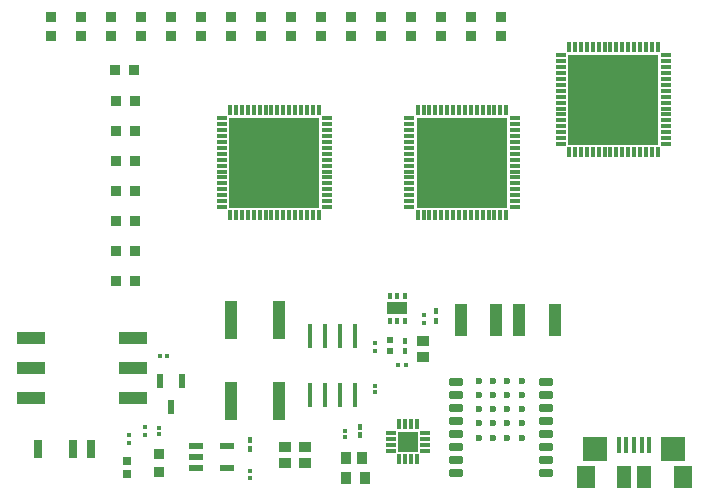
<source format=gbr>
G04 EAGLE Gerber RS-274X export*
G75*
%MOMM*%
%FSLAX34Y34*%
%LPD*%
%INSolderpaste Top*%
%IPPOS*%
%AMOC8*
5,1,8,0,0,1.08239X$1,22.5*%
G01*
%ADD10R,0.420000X0.460000*%
%ADD11R,0.620000X0.600000*%
%ADD12R,1.020000X0.870000*%
%ADD13R,0.870000X1.020000*%
%ADD14R,0.330000X0.365000*%
%ADD15R,0.365000X0.330000*%
%ADD16R,0.350000X0.600000*%
%ADD17R,1.700000X1.100000*%
%ADD18R,0.850000X0.300000*%
%ADD19R,0.300000X0.850000*%
%ADD20R,7.700000X7.700000*%
%ADD21R,0.600000X1.200000*%
%ADD22R,0.700000X0.700000*%
%ADD23R,0.950000X0.950000*%
%ADD24R,0.950000X0.900000*%
%ADD25R,0.900000X0.950000*%
%ADD26R,0.440000X0.420000*%
%ADD27R,0.950000X1.000000*%
%ADD28R,0.400000X0.625000*%
%ADD29R,0.350000X0.525000*%
%ADD30R,0.420000X0.440000*%
%ADD31R,1.100000X2.700000*%
%ADD32R,2.440000X1.130000*%
%ADD33R,1.000000X3.200000*%
%ADD34R,0.700000X1.500000*%
%ADD35R,0.400000X2.041400*%
%ADD36C,0.345000*%
%ADD37C,0.600000*%
%ADD38R,1.270000X0.558800*%
%ADD39R,0.304800X0.812800*%
%ADD40R,0.812800X0.304800*%
%ADD41R,1.701800X1.701800*%
%ADD42R,1.100000X0.900000*%
%ADD43R,0.400000X1.350000*%
%ADD44R,2.100000X2.000000*%
%ADD45R,1.600000X1.900000*%
%ADD46R,1.200000X1.900000*%


D10*
X-255270Y206250D03*
X-255270Y212850D03*
X-297180Y182120D03*
X-297180Y188720D03*
D11*
X-284480Y191290D03*
X-284480Y182090D03*
D12*
X-256540Y190950D03*
X-256540Y177350D03*
D13*
X-321760Y91440D03*
X-308160Y91440D03*
D14*
X-480060Y111480D03*
X-480060Y117120D03*
X-322580Y114580D03*
X-322580Y108940D03*
X-402590Y74650D03*
X-402590Y80290D03*
X-297180Y152680D03*
X-297180Y147040D03*
D15*
X-473430Y177800D03*
X-479070Y177800D03*
D16*
X-284630Y207940D03*
X-278130Y207940D03*
X-271630Y207940D03*
X-271630Y228940D03*
X-278130Y228940D03*
X-284630Y228940D03*
D17*
X-278130Y218440D03*
D18*
X-426770Y379130D03*
X-426770Y374130D03*
X-426770Y369130D03*
X-426770Y364130D03*
X-426770Y359130D03*
X-426770Y354130D03*
X-426770Y349130D03*
X-426770Y344130D03*
X-426770Y339130D03*
X-426770Y334130D03*
X-426770Y329130D03*
X-426770Y324130D03*
X-426770Y319130D03*
X-426770Y314130D03*
X-426770Y309130D03*
X-426770Y304130D03*
D19*
X-419770Y297130D03*
X-414770Y297130D03*
X-409770Y297130D03*
X-404770Y297130D03*
X-399770Y297130D03*
X-394770Y297130D03*
X-389770Y297130D03*
X-384770Y297130D03*
X-379770Y297130D03*
X-374770Y297130D03*
X-369770Y297130D03*
X-364770Y297130D03*
X-359770Y297130D03*
X-354770Y297130D03*
X-349770Y297130D03*
X-344770Y297130D03*
D18*
X-337770Y304130D03*
X-337770Y309130D03*
X-337770Y314130D03*
X-337770Y319130D03*
X-337770Y324130D03*
X-337770Y329130D03*
X-337770Y334130D03*
X-337770Y339130D03*
X-337770Y344130D03*
X-337770Y349130D03*
X-337770Y354130D03*
X-337770Y359130D03*
X-337770Y364130D03*
X-337770Y369130D03*
X-337770Y374130D03*
X-337770Y379130D03*
D19*
X-344770Y386130D03*
X-349770Y386130D03*
X-354770Y386130D03*
X-359770Y386130D03*
X-364770Y386130D03*
X-369770Y386130D03*
X-374770Y386130D03*
X-379770Y386130D03*
X-384770Y386130D03*
X-389770Y386130D03*
X-394770Y386130D03*
X-399770Y386130D03*
X-404770Y386130D03*
X-409770Y386130D03*
X-414770Y386130D03*
X-419770Y386130D03*
D20*
X-382270Y341630D03*
D18*
X-139750Y432470D03*
X-139750Y427470D03*
X-139750Y422470D03*
X-139750Y417470D03*
X-139750Y412470D03*
X-139750Y407470D03*
X-139750Y402470D03*
X-139750Y397470D03*
X-139750Y392470D03*
X-139750Y387470D03*
X-139750Y382470D03*
X-139750Y377470D03*
X-139750Y372470D03*
X-139750Y367470D03*
X-139750Y362470D03*
X-139750Y357470D03*
D19*
X-132750Y350470D03*
X-127750Y350470D03*
X-122750Y350470D03*
X-117750Y350470D03*
X-112750Y350470D03*
X-107750Y350470D03*
X-102750Y350470D03*
X-97750Y350470D03*
X-92750Y350470D03*
X-87750Y350470D03*
X-82750Y350470D03*
X-77750Y350470D03*
X-72750Y350470D03*
X-67750Y350470D03*
X-62750Y350470D03*
X-57750Y350470D03*
D18*
X-50750Y357470D03*
X-50750Y362470D03*
X-50750Y367470D03*
X-50750Y372470D03*
X-50750Y377470D03*
X-50750Y382470D03*
X-50750Y387470D03*
X-50750Y392470D03*
X-50750Y397470D03*
X-50750Y402470D03*
X-50750Y407470D03*
X-50750Y412470D03*
X-50750Y417470D03*
X-50750Y422470D03*
X-50750Y427470D03*
X-50750Y432470D03*
D19*
X-57750Y439470D03*
X-62750Y439470D03*
X-67750Y439470D03*
X-72750Y439470D03*
X-77750Y439470D03*
X-82750Y439470D03*
X-87750Y439470D03*
X-92750Y439470D03*
X-97750Y439470D03*
X-102750Y439470D03*
X-107750Y439470D03*
X-112750Y439470D03*
X-117750Y439470D03*
X-122750Y439470D03*
X-127750Y439470D03*
X-132750Y439470D03*
D20*
X-95250Y394970D03*
D21*
X-460400Y157050D03*
X-479400Y157050D03*
X-469900Y135050D03*
D18*
X-268020Y379130D03*
X-268020Y374130D03*
X-268020Y369130D03*
X-268020Y364130D03*
X-268020Y359130D03*
X-268020Y354130D03*
X-268020Y349130D03*
X-268020Y344130D03*
X-268020Y339130D03*
X-268020Y334130D03*
X-268020Y329130D03*
X-268020Y324130D03*
X-268020Y319130D03*
X-268020Y314130D03*
X-268020Y309130D03*
X-268020Y304130D03*
D19*
X-261020Y297130D03*
X-256020Y297130D03*
X-251020Y297130D03*
X-246020Y297130D03*
X-241020Y297130D03*
X-236020Y297130D03*
X-231020Y297130D03*
X-226020Y297130D03*
X-221020Y297130D03*
X-216020Y297130D03*
X-211020Y297130D03*
X-206020Y297130D03*
X-201020Y297130D03*
X-196020Y297130D03*
X-191020Y297130D03*
X-186020Y297130D03*
D18*
X-179020Y304130D03*
X-179020Y309130D03*
X-179020Y314130D03*
X-179020Y319130D03*
X-179020Y324130D03*
X-179020Y329130D03*
X-179020Y334130D03*
X-179020Y339130D03*
X-179020Y344130D03*
X-179020Y349130D03*
X-179020Y354130D03*
X-179020Y359130D03*
X-179020Y364130D03*
X-179020Y369130D03*
X-179020Y374130D03*
X-179020Y379130D03*
D19*
X-186020Y386130D03*
X-191020Y386130D03*
X-196020Y386130D03*
X-201020Y386130D03*
X-206020Y386130D03*
X-211020Y386130D03*
X-216020Y386130D03*
X-221020Y386130D03*
X-226020Y386130D03*
X-231020Y386130D03*
X-236020Y386130D03*
X-241020Y386130D03*
X-246020Y386130D03*
X-251020Y386130D03*
X-256020Y386130D03*
X-261020Y386130D03*
D20*
X-223520Y341630D03*
D22*
X-506730Y78320D03*
X-506730Y89320D03*
D23*
X-480060Y80130D03*
X-480060Y95130D03*
D24*
X-190500Y465200D03*
X-190500Y449200D03*
X-215900Y465200D03*
X-215900Y449200D03*
X-241300Y465200D03*
X-241300Y449200D03*
X-266700Y465200D03*
X-266700Y449200D03*
X-292100Y465200D03*
X-292100Y449200D03*
X-317500Y465200D03*
X-317500Y449200D03*
X-342900Y465200D03*
X-342900Y449200D03*
X-368300Y465200D03*
X-368300Y449200D03*
X-393700Y465200D03*
X-393700Y449200D03*
X-419100Y465200D03*
X-419100Y449200D03*
X-444500Y465200D03*
X-444500Y449200D03*
X-469900Y465200D03*
X-469900Y449200D03*
X-495300Y465200D03*
X-495300Y449200D03*
X-520700Y465200D03*
X-520700Y449200D03*
X-546100Y465200D03*
X-546100Y449200D03*
X-571500Y465200D03*
X-571500Y449200D03*
D25*
X-516000Y241300D03*
X-500000Y241300D03*
X-517270Y420370D03*
X-501270Y420370D03*
X-516000Y393700D03*
X-500000Y393700D03*
X-516000Y368300D03*
X-500000Y368300D03*
X-516000Y342900D03*
X-500000Y342900D03*
X-516000Y317500D03*
X-500000Y317500D03*
X-516000Y292100D03*
X-500000Y292100D03*
X-516000Y266700D03*
X-500000Y266700D03*
D26*
X-277720Y170180D03*
X-270920Y170180D03*
D27*
X-305690Y74930D03*
X-321690Y74930D03*
D28*
X-245110Y207970D03*
X-245110Y216210D03*
X-271780Y190810D03*
X-271780Y182570D03*
D29*
X-309880Y117920D03*
X-309880Y110680D03*
X-402590Y99250D03*
X-402590Y106490D03*
D30*
X-491490Y110900D03*
X-491490Y117700D03*
X-505460Y104550D03*
X-505460Y111350D03*
D31*
X-194550Y208280D03*
X-224550Y208280D03*
X-175020Y208280D03*
X-145020Y208280D03*
D32*
X-588134Y193040D03*
X-588134Y167640D03*
X-588134Y142240D03*
X-502034Y142240D03*
X-502034Y167640D03*
X-502034Y193040D03*
D33*
X-418780Y139990D03*
X-378780Y139990D03*
X-378780Y207990D03*
X-418780Y207990D03*
D34*
X-582450Y99060D03*
X-552450Y99060D03*
X-537450Y99060D03*
D35*
X-339090Y195180D03*
X-326390Y195180D03*
X-351790Y195180D03*
X-313690Y195180D03*
X-339090Y145180D03*
X-326390Y145180D03*
X-351790Y145180D03*
X-313690Y145180D03*
D36*
X-156525Y77205D02*
X-148075Y77205D01*
X-156525Y77205D02*
X-156525Y80655D01*
X-148075Y80655D01*
X-148075Y77205D01*
X-148075Y80482D02*
X-156525Y80482D01*
X-156525Y91655D02*
X-148075Y91655D01*
X-148075Y88205D01*
X-156525Y88205D01*
X-156525Y91655D01*
X-156525Y91482D02*
X-148075Y91482D01*
X-148075Y102655D02*
X-156525Y102655D01*
X-148075Y102655D02*
X-148075Y99205D01*
X-156525Y99205D01*
X-156525Y102655D01*
X-156525Y102482D02*
X-148075Y102482D01*
X-148075Y113655D02*
X-156525Y113655D01*
X-148075Y113655D02*
X-148075Y110205D01*
X-156525Y110205D01*
X-156525Y113655D01*
X-156525Y113482D02*
X-148075Y113482D01*
X-148075Y124655D02*
X-156525Y124655D01*
X-148075Y124655D02*
X-148075Y121205D01*
X-156525Y121205D01*
X-156525Y124655D01*
X-156525Y124482D02*
X-148075Y124482D01*
X-148075Y135655D02*
X-156525Y135655D01*
X-148075Y135655D02*
X-148075Y132205D01*
X-156525Y132205D01*
X-156525Y135655D01*
X-156525Y135482D02*
X-148075Y135482D01*
X-148075Y146655D02*
X-156525Y146655D01*
X-148075Y146655D02*
X-148075Y143205D01*
X-156525Y143205D01*
X-156525Y146655D01*
X-156525Y146482D02*
X-148075Y146482D01*
X-148075Y157655D02*
X-156525Y157655D01*
X-148075Y157655D02*
X-148075Y154205D01*
X-156525Y154205D01*
X-156525Y157655D01*
X-156525Y157482D02*
X-148075Y157482D01*
X-224475Y157655D02*
X-232925Y157655D01*
X-224475Y157655D02*
X-224475Y154205D01*
X-232925Y154205D01*
X-232925Y157655D01*
X-232925Y157482D02*
X-224475Y157482D01*
X-224475Y146655D02*
X-232925Y146655D01*
X-224475Y146655D02*
X-224475Y143205D01*
X-232925Y143205D01*
X-232925Y146655D01*
X-232925Y146482D02*
X-224475Y146482D01*
X-224475Y135655D02*
X-232925Y135655D01*
X-224475Y135655D02*
X-224475Y132205D01*
X-232925Y132205D01*
X-232925Y135655D01*
X-232925Y135482D02*
X-224475Y135482D01*
X-224475Y124655D02*
X-232925Y124655D01*
X-224475Y124655D02*
X-224475Y121205D01*
X-232925Y121205D01*
X-232925Y124655D01*
X-232925Y124482D02*
X-224475Y124482D01*
X-224475Y113655D02*
X-232925Y113655D01*
X-224475Y113655D02*
X-224475Y110205D01*
X-232925Y110205D01*
X-232925Y113655D01*
X-232925Y113482D02*
X-224475Y113482D01*
X-224475Y102655D02*
X-232925Y102655D01*
X-224475Y102655D02*
X-224475Y99205D01*
X-232925Y99205D01*
X-232925Y102655D01*
X-232925Y102482D02*
X-224475Y102482D01*
X-224475Y91655D02*
X-232925Y91655D01*
X-224475Y91655D02*
X-224475Y88205D01*
X-232925Y88205D01*
X-232925Y91655D01*
X-232925Y91482D02*
X-224475Y91482D01*
X-224475Y80655D02*
X-232925Y80655D01*
X-224475Y80655D02*
X-224475Y77205D01*
X-232925Y77205D01*
X-232925Y80655D01*
X-232925Y80482D02*
X-224475Y80482D01*
D37*
X-173000Y156920D03*
X-185000Y156920D03*
X-197000Y156920D03*
X-209000Y156920D03*
X-173000Y144920D03*
X-185000Y144920D03*
X-197000Y144920D03*
X-209000Y144920D03*
X-173000Y132920D03*
X-185000Y132920D03*
X-197000Y132920D03*
X-209000Y132920D03*
X-173000Y120920D03*
X-185000Y120920D03*
X-197000Y120920D03*
X-209000Y120920D03*
X-173000Y108920D03*
X-185000Y108920D03*
X-197000Y108920D03*
X-209000Y108920D03*
D38*
X-448564Y102108D03*
X-448564Y92710D03*
X-448564Y83312D03*
X-422656Y83312D03*
X-422656Y102108D03*
D39*
X-261620Y120142D03*
X-266700Y120142D03*
X-271780Y120142D03*
X-276860Y120142D03*
D40*
X-283972Y113030D03*
X-283972Y107950D03*
X-283972Y102870D03*
X-283972Y97790D03*
D39*
X-276860Y90678D03*
X-271780Y90678D03*
X-266700Y90678D03*
X-261620Y90678D03*
D40*
X-254508Y97790D03*
X-254508Y102870D03*
X-254508Y107950D03*
X-254508Y113030D03*
D41*
X-269240Y105410D03*
D42*
X-372990Y87480D03*
X-355990Y87480D03*
X-355990Y100480D03*
X-372990Y100480D03*
D43*
X-64724Y102352D03*
X-71224Y102352D03*
X-77724Y102352D03*
X-84224Y102352D03*
X-90724Y102352D03*
D44*
X-110724Y99102D03*
X-44724Y99102D03*
D45*
X-118724Y75602D03*
X-36724Y75602D03*
D46*
X-86224Y75602D03*
X-69224Y75602D03*
M02*

</source>
